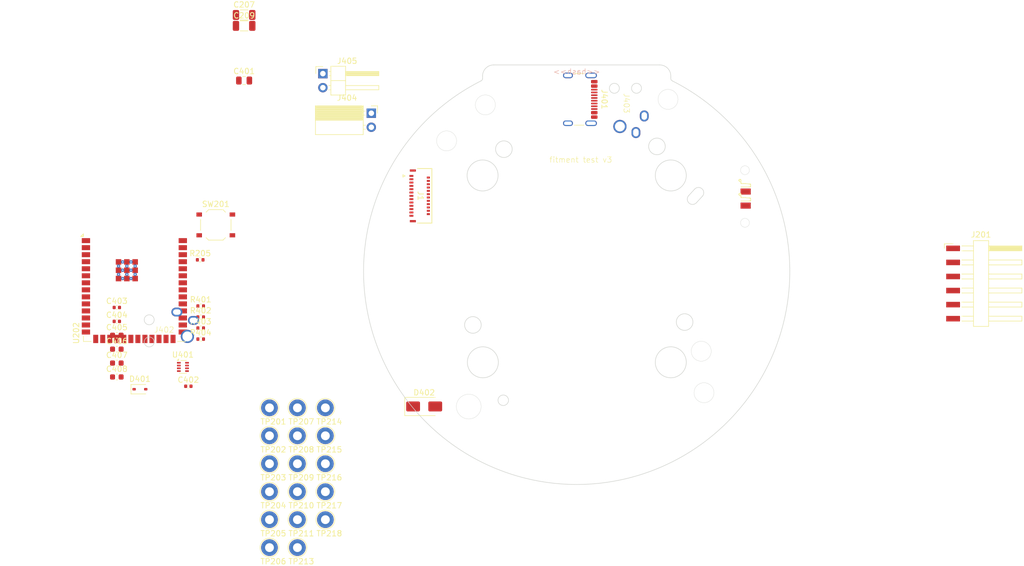
<source format=kicad_pcb>
(kicad_pcb (version 20240108) (generator "pcbnew") (generator_version "8.0")
  (layers (0 "F.Cu" signal) (1 "In1.Cu" signal) (2 "In2.Cu" signal) (31 "B.Cu" signal) (34 "B.Paste" user) (35 "F.Paste" user) (36 "B.SilkS" user "B.Silkscreen") (37 "F.SilkS" user "F.Silkscreen") (38 "B.Mask" user) (39 "F.Mask" user) (44 "Edge.Cuts" user))
  (net 0 "")
  (net 2 "PIN22")
  (net 3 "PIN9")
  (net 4 "PIN16")
  (net 5 "PIN17")
  (net 6 "PIN21")
  (net 7 "PIN14")
  (net 8 "PIN23")
  (net 9 "PIN1")
  (net 10 "PIN5")
  (net 11 "PIN19")
  (net 12 "PIN2")
  (net 13 "PIN12")
  (net 14 "PIN3")
  (net 15 "PIN20")
  (net 17 "PIN7")
  (net 18 "PIN13")
  (net 19 "PIN15")
  (net 20 "PIN11")
  (net 21 "PIN25")
  (net 22 "PIN6")
  (net 23 "PIN18")
  (net 24 "PIN10")
  (net 25 "PIN8")
  (net 26 "PIN4")
  (net 27 "PIN24")
  (net 28 "GND")
  (net 31 "USB-")
  (net 32 "/MCU/EN")
  (net 33 "+20V")
  (net 34 "/Power/BST")
  (net 35 "/Power/SW")
  (net 36 "+3V3")
  (net 37 "/Power/FB")
  (net 38 "Net-(D401-A)")
  (net 39 "/MCU/PROGRXD")
  (net 40 "/MCU/GPIO0")
  (net 41 "/MCU/PROGTXD")
  (net 42 "USB+")
  (net 43 "I2S1_CLK")
  (net 44 "I2S1_SD")
  (net 45 "I2S0_SD")
  (net 46 "I2S1_FSYNC")
  (net 47 "I2C_SDL")
  (net 48 "I2C_SDA")
  (net 49 "I2S0_CLK")
  (net 50 "I2S0_FSYNC")
  (net 56 "Net-(J401-CC1)")
  (net 57 "Net-(J401-CC2)")
  (net 59 "~{BUTTON_INT}")
  (net 60 "~{SPECIAL_BUTTON}")
  (net 62 "Net-(U401-SS)")
  (net 64 "Net-(J404-Pin_1)")
  (net 66 "MCLK")
  (net 67 "AK_TVDD")
  (net 68 "Net-(U202-GND-Pad1)")
  (footprint "Resistor_SMD:R_0402_1005Metric" (layer "F.Cu") (at 38.108168 78.159768)
    (property "Reference" "R205" (at 0 -1.17 0) (layer "F.SilkS"))
    (property "Value" "10k")
    (pad "1" smd roundrect (at -0.51 0) (size 0.54 0.64) (layers "F.Cu" "F.Paste" "F.Mask") (net 36 "+3V3"))
    (pad "2" smd roundrect (at 0.51 0) (size 0.54 0.64) (layers "F.Cu" "F.Paste" "F.Mask") (net 32 "/MCU/EN"))
  )
  (footprint "Capacitor_SMD:C_0402_1005Metric" (layer "F.Cu") (at 35.968168 100.999768)
    (property "Reference" "C402" (at 0 -1.16 0) (layer "F.SilkS"))
    (property "Value" "100n")
    (pad "1" smd roundrect (at -0.48 0) (size 0.56 0.62) (layers "F.Cu" "F.Paste" "F.Mask") (net 28 "GND"))
    (pad "2" smd roundrect (at 0.48 0) (size 0.56 0.62) (layers "F.Cu" "F.Paste" "F.Mask") (net 33 "+20V"))
  )
  (footprint "TestPoint:TestPoint_Loop_D2.60mm_Drill1.6mm_Beaded" (layer "F.Cu") (at 60.724673 109.947362)
    (property "Reference" "TP215" (at 0.7 2.5 0) (layer "F.SilkS"))
    (property "Value" "TP_I2S1_CLK")
    (pad "1" thru_hole circle (at 0 0) (size 3 3) (drill 1.6) (layers "*.Cu" "*.Mask") (net 43 "I2S1_CLK"))
  )
  (footprint "Resistor_SMD:R_0402_1005Metric" (layer "F.Cu") (at 38.198168 90.489768)
    (property "Reference" "R403" (at 0 -1.17 0) (layer "F.SilkS"))
    (property "Value" "68k")
    (pad "1" smd roundrect (at -0.51 0) (size 0.54 0.64) (layers "F.Cu" "F.Paste" "F.Mask") (net 37 "/Power/FB"))
    (pad "2" smd roundrect (at 0.51 0) (size 0.54 0.64) (layers "F.Cu" "F.Paste" "F.Mask") (net 36 "+3V3"))
  )
  (footprint "Capacitor_SMD:C_0402_1005Metric" (layer "F.Cu") (at 23.048168 89.279768)
    (property "Reference" "C404" (at 0 -1.16 0) (layer "F.SilkS"))
    (property "Value" "100n")
    (pad "1" smd roundrect (at -0.48 0) (size 0.56 0.62) (layers "F.Cu" "F.Paste" "F.Mask") (net 35 "/Power/SW"))
    (pad "2" smd roundrect (at 0.48 0) (size 0.56 0.62) (layers "F.Cu" "F.Paste" "F.Mask") (net 34 "/Power/BST"))
  )
  (footprint "TestPoint:TestPoint_Loop_D2.60mm_Drill1.6mm_Beaded" (layer "F.Cu") (at 55.674673 114.997362)
    (property "Reference" "TP209" (at 0.7 2.5 0) (layer "F.SilkS"))
    (property "Value" "TP_")
    (pad "1" thru_hole circle (at 0 0) (size 3 3) (drill 1.6) (layers "*.Cu" "*.Mask"))
  )
  (footprint "!esphome-dot:BarrelJack_AdamTech_ADC-055B-9" (layer "F.Cu") (at 30.898168 90.799768)
    (property "Reference" "J402" (at 0.7 0 0) (layer "F.SilkS") (effects (font (thickness 0.1))))
    (property "Value" "ADC-055B-9")
    (fp_circle (center -2 -1.807009) (end -1.1 -1.807009) (stroke (width 0.1)) (fill none) (layer "Edge.Cuts"))
    (fp_circle (center -2 2.192991) (end -1.1 2.192991) (stroke (width 0.1)) (fill none) (layer "Edge.Cuts"))
    (pad "1" thru_hole circle (at 4.9 1.193) (size 2.4 2.4) (drill 1.8) (layers "*.Cu" "*.Mask") (net 33 "+20V"))
    (pad "2" thru_hole oval (at 3 -3.207009) (size 2 1.6) (drill oval 1.4 1) (layers "*.Cu" "*.Mask") (net 28 "GND"))
    (pad "3" thru_hole oval (at 6 -1.7) (size 2 1.6) (drill oval 1.4 1) (layers "*.Cu" "*.Mask"))
  )
  (footprint "Diode_SMD:D_SOD-323" (layer "F.Cu") (at 27.223168 101.529768)
    (property "Reference" "D401" (at 0 -1.85 0) (layer "F.SilkS"))
    (property "Value" "CUS05S40.H3F")
    (pad "1" smd roundrect (at -1.05 0) (size 0.6 0.45) (layers "F.Cu" "F.Paste" "F.Mask") (net 33 "+20V"))
    (pad "2" smd roundrect (at 1.05 0) (size 0.6 0.45) (layers "F.Cu" "F.Paste" "F.Mask") (net 38 "Net-(D401-A)"))
  )
  (footprint "Capacitor_SMD:C_1206_3216Metric" (layer "F.Cu") (at 46.042755 33.918749)
    (property "Reference" "C207" (at 0 -1.85 0) (layer "F.SilkS"))
    (property "Value" "10u 50V")
    (pad "1" smd roundrect (at -1.475 0) (size 1.15 1.8) (layers "F.Cu" "F.Paste" "F.Mask") (roundrect_rratio 0.217391) (net 28 "GND"))
    (pad "2" smd roundrect (at 1.475 0) (size 1.15 1.8) (layers "F.Cu" "F.Paste" "F.Mask") (roundrect_rratio 0.217391) (net 32 "/MCU/EN"))
  )
  (footprint "TestPoint:TestPoint_Loop_D2.60mm_Drill1.6mm_Beaded" (layer "F.Cu") (at 50.624673 125.097362)
    (property "Reference" "TP205" (at 0.7 2.5 0) (layer "F.SilkS"))
    (property "Value" "TP_SDA")
    (pad "1" thru_hole circle (at 0 0) (size 3 3) (drill 1.6) (layers "*.Cu" "*.Mask") (net 48 "I2C_SDA"))
  )
  (footprint "Capacitor_SMD:C_0402_1005Metric" (layer "F.Cu") (at 23.048168 86.769768)
    (property "Reference" "C403" (at 0 -1.16 0) (layer "F.SilkS"))
    (property "Value" "100n")
    (pad "1" smd roundrect (at -0.48 0) (size 0.56 0.62) (layers "F.Cu" "F.Paste" "F.Mask") (net 28 "GND"))
    (pad "2" smd roundrect (at 0.48 0) (size 0.56 0.62) (layers "F.Cu" "F.Paste" "F.Mask") (net 62 "Net-(U401-SS)"))
  )
  (footprint "Capacitor_SMD:C_1206_3216Metric" (layer "F.Cu") (at 46.042755 35.888749)
    (property "Reference" "C209" (at 0 -1.85 0) (layer "F.SilkS"))
    (property "Value" "10u 50V")
    (pad "1" smd roundrect (at -1.475 0) (size 1.15 1.8) (layers "F.Cu" "F.Paste" "F.Mask") (roundrect_rratio 0.217391) (net 28 "GND"))
    (pad "2" smd roundrect (at 1.475 0) (size 1.15 1.8) (layers "F.Cu" "F.Paste" "F.Mask") (roundrect_rratio 0.217391) (net 36 "+3V3"))
  )
  (footprint "Diode_SMD:D_SMA" (layer "F.Cu") (at 78.569673 104.647362)
    (property "Reference" "D402" (at 0 -2.5 0) (layer "F.SilkS"))
    (property "Value" "SMAJ22A")
    (pad "1" smd roundrect (at -2 0) (size 2.5 1.8) (layers "F.Cu" "F.Paste" "F.Mask") (roundrect_rratio 0.1388888889) (net 33 "+20V"))
    (pad "2" smd roundrect (at 2 0) (size 2.5 1.8) (layers "F.Cu" "F.Paste" "F.Mask") (roundrect_rratio 0.1388888889) (net 28 "GND"))
  )
  (footprint "Connector_Harwin:Harwin_M20-89006xx_1x06_P2.54mm_Horizontal" (layer "F.Cu") (at 179.647755 82.438749)
    (property "Reference" "J201" (at -0.48 -8.82 0) (layer "F.SilkS"))
    (property "Value" "eflashy32")
    (pad "" smd rect (at 3.895 -6.35) (size 6 0.76) (layers "F.SilkS"))
    (pad "1" smd rect (at -5.525 -6.35) (size 2.5 1) (layers "F.Cu" "F.Paste" "F.Mask") (net 28 "GND"))
    (pad "2" smd rect (at -5.525 -3.81) (size 2.5 1) (layers "F.Cu" "F.Paste" "F.Mask") (net 41 "/MCU/PROGTXD"))
    (pad "3" smd rect (at -5.525 -1.27) (size 2.5 1) (layers "F.Cu" "F.Paste" "F.Mask") (net 39 "/MCU/PROGRXD"))
    (pad "4" smd rect (at -5.525 1.27) (size 2.5 1) (layers "F.Cu" "F.Paste" "F.Mask") (net 36 "+3V3"))
    (pad "5" smd rect (at -5.525 3.81) (size 2.5 1) (layers "F.Cu" "F.Paste" "F.Mask") (net 32 "/MCU/EN"))
    (pad "6" smd rect (at -5.525 6.35) (size 2.5 1) (layers "F.Cu" "F.Paste" "F.Mask") (net 40 "/MCU/GPIO0"))
  )
  (footprint "alexa:SF2212" (layer "F.Cu") (at 136.647455 68.364621)
    (property "Reference" "J6" (hide yes))
    (property "Value" "SPK2")
    (pad "1" smd rect (at 0 0) (size 1.85 1.1) (layers "F.Cu" "F.Paste" "F.Mask"))
  )
  (footprint "Connector_PinSocket_2.54mm:PinSocket_1x02_P2.54mm_Horizontal" (layer "F.Cu") (at 69.022755 51.668749)
    (property "Reference" "J404" (at -4.38 -2.77 0) (layer "F.SilkS"))
    (property "Value" "20V")
    (pad "1" thru_hole rect (at 0 0) (size 1.7 1.7) (drill 1) (layers "*.Cu" "*.Mask") (net 64 "Net-(J404-Pin_1)"))
    (pad "2" thru_hole oval (at 0 2.54) (size 1.7 1.7) (drill 1) (layers "*.Cu" "*.Mask") (net 28 "GND"))
  )
  (footprint "Capacitor_SMD:C_0603_1608Metric" (layer "F.Cu") (at 23.048168 96.809768)
    (property "Reference" "C407" (at 0 -1.43 0) (layer "F.SilkS"))
    (property "Value" "10u")
    (pad "1" smd roundrect (at -0.775 0) (size 0.9 0.95) (layers "F.Cu" "F.Paste" "F.Mask") (net 36 "+3V3"))
    (pad "2" smd roundrect (at 0.775 0) (size 0.9 0.95) (layers "F.Cu" "F.Paste" "F.Mask") (net 28 "GND"))
  )
  (footprint "TestPoint:TestPoint_Loop_D2.60mm_Drill1.6mm_Beaded" (layer "F.Cu") (at 50.624673 109.947362)
    (property "Reference" "TP202" (at 0.7 2.5 0) (layer "F.SilkS"))
    (property "Value" "TP_BTNINT")
    (pad "1" thru_hole circle (at 0 0) (size 3 3) (drill 1.6) (layers "*.Cu" "*.Mask") (net 59 "~{BUTTON_INT}"))
  )
  (footprint "TestPoint:TestPoint_Loop_D2.60mm_Drill1.6mm_Beaded" (layer "F.Cu") (at 50.624673 104.897362)
    (property "Reference" "TP201" (at 0.7 2.5 0) (layer "F.SilkS"))
    (property "Value" "TP_3V3")
    (pad "1" thru_hole circle (at 0 0) (size 3 3) (drill 1.6) (layers "*.Cu" "*.Mask") (net 36 "+3V3"))
  )
  (footprint "TestPoint:TestPoint_Loop_D2.60mm_Drill1.6mm_Beaded" (layer "F.Cu") (at 50.624673 120.047362)
    (property "Reference" "TP204" (at 0.7 2.5 0) (layer "F.SilkS"))
    (property "Value" "TP_SDA")
    (pad "1" thru_hole circle (at 0 0) (size 3 3) (drill 1.6) (layers "*.Cu" "*.Mask") (net 48 "I2C_SDA"))
  )
  (footprint "TestPoint:TestPoint_Loop_D2.60mm_Drill1.6mm_Beaded" (layer "F.Cu") (at 60.724673 120.047362)
    (property "Reference" "TP217" (at 0.7 2.5 0) (layer "F.SilkS"))
    (property "Value" "TP_I2S1_FSYNC")
    (pad "1" thru_hole circle (at 0 0) (size 3 3) (drill 1.6) (layers "*.Cu" "*.Mask") (net 46 "I2S1_FSYNC"))
  )
  (footprint "RF_Module:ESP32-S3-WROOM-2" (layer "F.Cu") (at 26.218168 79.949768)
    (property "Reference" "U202" (at -10.5 13.5 90) (layer "F.SilkS") (effects (justify left)))
    (property "Value" "ESP32-S3-WROOM-2")
    (pad "1" smd rect (at -8.75 -5.26) (size 1.5 0.9) (layers "F.Cu" "F.Paste" "F.Mask") (net 68 "Net-(U202-GND-Pad1)"))
    (pad "2" smd rect (at -8.75 -3.99) (size 1.5 0.9) (layers "F.Cu" "F.Paste" "F.Mask") (net 36 "+3V3"))
    (pad "3" smd rect (at -8.75 -2.72) (size 1.5 0.9) (layers "F.Cu" "F.Paste" "F.Mask") (net 32 "/MCU/EN"))
    (pad "4" smd rect (at -8.75 -1.45) (size 1.5 0.9) (layers "F.Cu" "F.Paste" "F.Mask") (net 28 "GND"))
    (pad "5" smd rect (at -8.75 -0.18) (size 1.5 0.9) (layers "F.Cu" "F.Paste" "F.Mask") (net 66 "MCLK"))
    (pad "6" smd rect (at -8.75 1.09) (size 1.5 0.9) (layers "F.Cu" "F.Paste" "F.Mask") (net 28 "GND"))
    (pad "7" smd rect (at -8.75 2.36) (size 1.5 0.9) (layers "F.Cu" "F.Paste" "F.Mask") (net 50 "I2S0_FSYNC"))
    (pad "8" smd rect (at -8.75 3.63) (size 1.5 0.9) (layers "F.Cu" "F.Paste" "F.Mask") (net 59 "~{BUTTON_INT}"))
    (pad "9" smd rect (at -8.75 4.9) (size 1.5 0.9) (layers "F.Cu" "F.Paste" "F.Mask") (net 60 "~{SPECIAL_BUTTON}"))
    (pad "10" smd rect (at -8.75 6.17) (size 1.5 0.9) (layers "F.Cu" "F.Paste" "F.Mask"))
    (pad "11" smd rect (at -8.75 7.44) (size 1.5 0.9) (layers "F.Cu" "F.Paste" "F.Mask"))
    (pad "12" smd rect (at -8.75 8.71) (size 1.5 0.9) (layers "F.Cu" "F.Paste" "F.Mask") (net 49 "I2S0_CLK"))
    (pad "13" smd rect (at -8.75 9.98) (size 1.5 0.9) (layers "F.Cu" "F.Paste" "F.Mask") (net 31 "USB-"))
    (pad "14" smd rect (at -8.75 11.25) (size 1.5 0.9) (layers "F.Cu" "F.Paste" "F.Mask") (net 42 "USB+"))
    (pad "15" smd rect (at -6.985 12.5 90) (size 1.5 0.9) (layers "F.Cu" "F.Paste" "F.Mask"))
    (pad "16" smd rect (at -5.715 12.5 90) (size 1.5 0.9) (layers "F.Cu" "F.Paste" "F.Mask"))
    (pad "17" smd rect (at -4.445 12.5 90) (size 1.5 0.9) (layers "F.Cu" "F.Paste" "F.Mask") (net 45 "I2S0_SD"))
    (pad "18" smd rect (at -3.175 12.5 90) (size 1.5 0.9) (layers "F.Cu" "F.Paste" "F.Mask"))
    (pad "19" smd rect (at -1.905 12.5 90) (size 1.5 0.9) (layers "F.Cu" "F.Paste" "F.Mask") (net 44 "I2S1_SD"))
    (pad "20" smd rect (at -0.635 12.5 90) (size 1.5 0.9) (layers "F.Cu" "F.Paste" "F.Mask") (net 43 "I2S1_CLK"))
    (pad "21" smd rect (at 0.635 12.5 90) (size 1.5 0.9) (layers "F.Cu" "F.Paste" "F.Mask") (net 46 "I2S1_FSYNC"))
    (pad "22" smd rect (at 1.905 12.5 90) (size 1.5 0.9) (layers "F.Cu" "F.Paste" "F.Mask"))
    (pad "23" smd rect (at 3.175 12.5 90) (size 1.5 0.9) (layers "F.Cu" "F.Paste" "F.Mask"))
    (pad "24" smd rect (at 4.445 12.5 90) (size 1.5 0.9) (layers "F.Cu" "F.Paste" "F.Mask"))
    (pad "25" smd rect (at 5.715 12.5 90) (size 1.5 0.9) (layers "F.Cu" "F.Paste" "F.Mask"))
    (pad "26" smd rect (at 6.985 12.5 90) (size 1.5 0.9) (layers "F.Cu" "F.Paste" "F.Mask"))
    (pad "27" smd rect (at 8.75 11.25) (size 1.5 0.9) (layers "F.Cu" "F.Paste" "F.Mask") (net 40 "/MCU/GPIO0"))
    (pad "28" smd rect (at 8.75 9.98) (size 1.5 0.9) (layers "F.Cu" "F.Paste" "F.Mask"))
    (pad "29" smd rect (at 8.75 8.71) (size 1.5 0.9) (layers "F.Cu" "F.Paste" "F.Mask"))
    (pad "30" smd rect (at 8.75 7.44) (size 1.5 0.9) (layers "F.Cu" "F.Paste" "F.Mask"))
    (pad "31" smd rect (at 8.75 6.17) (size 1.5 0.9) (layers "F.Cu" "F.Paste" "F.Mask"))
    (pad "32" smd rect (at 8.75 4.9) (size 1.5 0.9) (layers "F.Cu" "F.Paste" "F.Mask"))
    (pad "33" smd rect (at 8.75 3.63) (size 1.5 0.9) (layers "F.Cu" "F.Paste" "F.Mask"))
    (pad "34" smd rect (at 8.75 2.36) (size 1.5 0.9) (layers "F.Cu" "F.Paste" "F.Mask"))
    (pad "35" smd rect (at 8.75 1.09) (size 1.5 0.9) (layers "F.Cu" "F.Paste" "F.Mask"))
    (pad "36" smd rect (at 8.75 -0.18) (size 1.5 0.9) (layers "F.Cu" "F.Paste" "F.Mask"))
    (pad "37" smd rect (at 8.75 -1.45) (size 1.5 0.9) (layers "F.Cu" "F.Paste" "F.Mask"))
    (pad "38" smd rect (at 8.75 -2.72) (size 1.5 0.9) (layers "F.Cu" "F.Paste" "F.Mask") (net 47 "I2C_SDL"))
    (pad "39" smd rect (at 8.75 -3.99) (size 1.5 0.9) (layers "F.Cu" "F.Paste" "F.Mask") (net 48 "I2C_SDA"))
    (pad "40" smd rect (at 8.75 -5.26) (size 1.5 0.9) (layers "F.Cu" "F.Paste" "F.Mask") (net 68 "Net-(U202-GND-Pad1)"))
    (pad "41" smd rect (at -2.86 -1.41) (size 1 1) (layers "F.Cu" "F.Paste" "F.Mask") (net 68 "Net-(U202-GND-Pad1)"))
    (pad "41" thru_hole circle (at -2.86 -0.66) (size 0.6 0.6) (drill 0.2) (layers "*.Cu" "*.Mask") (net 68 "Net-(U202-GND-Pad1)"))
    (pad "41" smd rect (at -2.86 0.09) (size 1 1) (layers "F.Cu" "F.Paste" "F.Mask") (net 68 "Net-(U202-GND-Pad1)"))
    (pad "41" thru_hole circle (at -2.86 0.84) (size 0.6 0.6) (drill 0.2) (layers "*.Cu" "*.Mask") (net 68 "Net-(U202-GND-Pad1)"))
    (pad "41" smd rect (at -2.86 1.59) (size 1 1) (layers "F.Cu" "F.Paste" "F.Mask") (net 68 "Net-(U202-GND-Pad1)"))
    (pad "41" thru_hole circle (at -2.11 -1.41) (size 0.6 0.6) (drill 0.2) (layers "*.Cu" "*.Mask") (net 68 "Net-(U202-GND-Pad1)"))
    (pad "41" thru_hole circle (at -2.11 0.09) (size 0.6 0.6) (drill 0.2) (layers "*.Cu" "*.Mask") (net 68 "Net-(U202-GND-Pad1)"))
    (pad "41" thru_hole circle (at -2.11 1.59) (size 0.6 0.6) (drill 0.2) (layers "*.Cu" "*.Mask") (net 68 "Net-(U202-GND-Pad1)"))
    (pad "41" smd rect (at -1.36 -1.41) (size 1 1) (layers "F.Cu" "F.Paste" "F.Mask") (net 68 "Net-(U202-GND-Pad1)"))
    (pad "41" thru_hole circle (at -1.36 -0.66) (size 0.6 0.6) (drill 0.2) (layers "*.Cu" "*.Mask") (net 68 "Net-(U202-GND-Pad1)"))
    (pad "41" smd rect (at -1.36 0.09) (size 1 1) (layers "F.Cu" "F.Paste" "F.Mask") (net 68 "Net-(U202-GND-Pad1)"))
    (pad "41" thru_hole circle (at -1.36 0.84) (size 0.6 0.6) (drill 0.2) (layers "*.Cu" "*.Mask") (net 68 "Net-(U202-GND-Pad1)"))
    (pad "41" smd rect (at -1.36 1.59) (size 1 1) (layers "F.Cu" "F.Paste" "F.Mask") (net 68 "Net-(U202-GND-Pad1)"))
    (pad "41" thru_hole circle (at -0.61 -1.41) (size 0.6 0.6) (drill 0.2) (layers "*.Cu" "*.Mask") (net 68 "Net-(U202-GND-Pad1)"))
    (pad "41" thru_hole circle (at -0.61 0.09) (size 0.6 0.6) (drill 0.2) (layers "*.Cu" "*.Mask") (net 68 "Net-(U202-GND-Pad1)"))
    (pad "41" thru_hole circle (at -0.61 1.59) (size 0.6 0.6) (drill 0.2) (layers "*.Cu" "*.Mask") (net 68 "Net-(U202-GND-Pad1)"))
    (pad "41" smd rect (at 0.14 -1.41) (size 1 1) (layers "F.Cu" "F.Paste" "F.Mask") (net 68 "Net-(U202-GND-Pad1)"))
    (pad "41" thru_hole circle (at 0.14 -0.66) (size 0.6 0.6) (drill 0.2) (layers "*.Cu" "*.Mask") (net 68 "Net-(U202-GND-Pad1)"))
    (pad "41" smd rect (at 0.14 0.09) (size 1 1) (layers "F.Cu" "F.Paste" "F.Mask") (net 68 "Net-(U202-GND-Pad1)"))
    (pad "41" thru_hole circle (at 0.14 0.84) (size 0.6 0.6) (drill 0.2) (layers "*.Cu" "*.Mask") (net 68 "Net-(U202-GND-Pad1)"))
    (pad "41" smd rect (at 0.14 1.59) (size 1 1) (layers "F.Cu" "F.Paste" "F.Mask") (net 68 "Net-(U202-GND-Pad1)"))
  )
  (footprint "TestPoint:TestPoint_Loop_D2.60mm_Drill1.6mm_Beaded" (layer "F.Cu") (at 55.674673 104.897362)
    (property "Reference" "TP207" (at 0.7 2.5 0) (layer "F.SilkS"))
    (property "Value" "TP_SCL")
    (pad "1" thru_hole circle (at 0 0) (size 3 3) (drill 1.6) (layers "*.Cu" "*.Mask") (net 47 "I2C_SDL"))
  )
  (footprint "Resistor_SMD:R_0402_1005Metric" (layer "F.Cu") (at 38.198168 92.479768)
    (property "Reference" "R404" (at 0 -1.17 0) (layer "F.SilkS"))
    (property "Value" "22k")
    (pad "1" smd roundrect (at -0.51 0) (size 0.54 0.64) (layers "F.Cu" "F.Paste" "F.Mask") (net 37 "/Power/FB"))
    (pad "2" smd roundrect (at 0.51 0) (size 0.54 0.64) (layers "F.Cu" "F.Paste" "F.Mask") (net 28 "GND"))
  )
  (footprint "Resistor_SMD:R_0402_1005Metric" (layer "F.Cu") (at 38.198168 86.509768)
    (property "Reference" "R401" (at 0 -1.17 0) (layer "F.SilkS"))
    (property "Value" "5k1")
    (pad "1" smd roundrect (at -0.51 0) (size 0.54 0.64) (layers "F.Cu" "F.Paste" "F.Mask") (net 57 "Net-(J401-CC2)"))
    (pad "2" smd roundrect (at 0.51 0) (size 0.54 0.64) (layers "F.Cu" "F.Paste" "F.Mask") (net 28 "GND"))
  )
  (footprint "Capacitor_SMD:C_0603_1608Metric" (layer "F.Cu") (at 23.048168 99.319768)
    (property "Reference" "C408" (at 0 -1.43 0) (layer "F.SilkS"))
    (property "Value" "10u")
    (pad "1" smd roundrect (at -0.775 0) (size 0.9 0.95) (layers "F.Cu" "F.Paste" "F.Mask") (net 36 "+3V3"))
    (pad "2" smd roundrect (at 0.775 0) (size 0.9 0.95) (layers "F.Cu" "F.Paste" "F.Mask") (net 28 "GND"))
  )
  (footprint "TestPoint:TestPoint_Loop_D2.60mm_Drill1.6mm_Beaded" (layer "F.Cu") (at 60.724673 114.997362)
    (property "Reference" "TP216" (at 0.7 2.5 0) (layer "F.SilkS"))
    (property "Value" "TP_TVDD")
    (pad "1" thru_hole circle (at 0 0) (size 3 3) (drill 1.6) (layers "*.Cu" "*.Mask") (net 67 "AK_TVDD"))
  )
  (footprint "TestPoint:TestPoint_Loop_D2.60mm_Drill1.6mm_Beaded" (layer "F.Cu") (at 55.674673 120.047362)
    (property "Reference" "TP210" (at 0.7 2.5 0) (layer "F.SilkS"))
    (property "Value" "TP_MCLK")
    (pad "1" thru_hole circle (at 0 0) (size 3 3) (drill 1.6) (layers "*.Cu" "*.Mask") (net 66 "MCLK"))
  )
  (footprint "!esphome-dot:BarrelJack_AdamTech_ADC-055B-9" (layer "F.Cu") (at 115.122755 49.168749 -90)
    (property "Reference" "J403" (at 0.7 0 -90) (layer "F.SilkS") (effects (font (thickness 0.1))))
    (property "Value" "ADC-055B-9")
    (fp_circle (center -2 2.192991) (end -1.1 2.192991) (stroke (width 0.1)) (fill none) (layer "Edge.Cuts"))
    (fp_circle (center -2 -1.807009) (end -1.1 -1.807009) (stroke (width 0.1)) (fill none) (layer "Edge.Cuts"))
    (pad "1" thru_hole circle (at 4.9 1.193 270) (size 2.4 2.4) (drill 1.8) (layers "*.Cu" "*.Mask") (net 64 "Net-(J404-Pin_1)"))
    (pad "2" thru_hole oval (at 3 -3.207009 270) (size 2 1.6) (drill oval 1.4 1) (layers "*.Cu" "*.Mask") (net 28 "GND"))
    (pad "3" thru_hole oval (at 6 -1.7 270) (size 2 1.6) (drill oval 1.4 1) (layers "*.Cu" "*.Mask"))
  )
  (footprint "TestPoint:TestPoint_Loop_D2.60mm_Drill1.6mm_Beaded" (layer "F.Cu") (at 50.624673 130.147362)
    (property "Reference" "TP206" (at 0.7 2.5 0) (layer "F.SilkS"))
    (property "Value" "TP_SCL")
    (pad "1" thru_hole circle (at 0 0) (size 3 3) (drill 1.6) (layers "*.Cu" "*.Mask") (net 47 "I2C_SDL"))
  )
  (footprint "Connector_USB:USB_C_Receptacle_GCT_USB4105-xx-A_16P_TopMnt_Horizontal" (layer "F.Cu") (at 105.622755 49.168749 -90)
    (property "Reference" "J401" (at 0 -5.5 -90) (layer "F.SilkS"))
    (property "Value" "USBC")
    (pad "" np_thru_hole circle (at -2.89 -2.605 270) (size 0.65 0.65) (drill 0.65) (layers "F&B.Cu" "*.Mask"))
    (pad "" np_thru_hole circle (at 2.89 -2.605 270) (size 0.65 0.65) (drill 0.65) (layers "F&B.Cu" "*.Mask"))
    (pad "A1" smd roundrect (at -3.2 -3.68 270) (size 0.6 1.15) (layers "F.Cu" "F.Paste" "F.Mask") (net 28 "GND"))
    (pad "A4" smd roundrect (at -2.4 -3.68 270) (size 0.6 1.15) (layers "F.Cu" "F.Paste" "F.Mask") (net 38 "Net-(D401-A)"))
    (pad "A5" smd roundrect (at -1.25 -3.68 270) (size 0.3 1.15) (layers "F.Cu" "F.Paste" "F.Mask") (net 56 "Net-(J401-CC1)"))
    (pad "A6" smd roundrect (at -0.25 -3.68 270) (size 0.3 1.15) (layers "F.Cu" "F.Paste" "F.Mask") (net 42 "USB+"))
    (pad "A7" smd roundrect (at 0.25 -3.68 270) (size 0.3 1.15) (layers "F.Cu" "F.Paste" "F.Mask") (net 31 "USB-"))
    (pad "A8" smd roundrect (at 1.25 -3.68 270) (size 0.3 1.15) (layers "F.Cu" "F.Paste" "F.Mask"))
    (pad "A9" smd roundrect (at 2.4 -3.68 270) (size 0.6 1.15) (layers "F.Cu" "F.Paste" "F.Mask") (net 38 "Net-(D401-A)"))
    (pad "A12" smd roundrect (at 3.2 -3.68 270) (size 0.6 1.15) (layers "F.Cu" "F.Paste" "F.Mask") (net 28 "GND"))
    (pad "B1" smd roundrect (at 3.2 -3.68 270) (size 0.6 1.15) (layers "F.Cu" "F.Paste" "F.Mask") (net 28 "GND"))
    (pad "B4" smd roundrect (at 2.4 -3.68 270) (size 0.6 1.15) (layers "F.Cu" "F.Paste" "F.Mask") (net 38 "Net-(D401-A)"))
    (pad "B5" smd roundrect (at 1.75 -3.68 270) (size 0.3 1.15) (layers "F.Cu" "F.Paste" "F.Mask") (net 57 "Net-(J401-CC2)"))
    (pad "B6" smd roundrect (at 0.75 -3.68 270) (size 0.3 1.15) (layers "F.Cu" "F.Paste" "F.Mask") (net 42 "USB+"))
    (pad "B7" smd roundrect (at -0.75 -3.68 270) (size 0.3 1.15) (layers "F.Cu" "F.Paste" "F.Mask") (net 31 "USB-"))
    (pad "B8" smd roundrect (at -1.75 -3.68 270) (size 0.3 1.15) (layers "F.Cu" "F.Paste" "F.Mask"))
    (pad "B9" smd roundrect (at -2.4 -3.68 270) (size 0.6 1.15) (layers "F.Cu" "F.Paste" "F.Mask") (net 38 "Net-(D401-A)"))
    (pad "B12" smd roundrect (at -3.2 -3.68 270) (size 0.6 1.15) (layers "F.Cu" "F.Paste" "F.Mask") (net 28 "GND"))
    (pad "S1" thru_hole oval (at -4.32 -3.105 270) (size 1 2.1) (drill oval 0.6 1.7) (layers "*.Cu" "*.Mask" "F.Paste"))
    (pad "S1" thru_hole oval (at -4.32 1.075 270) (size 1 1.8) (drill oval 0.6 1.4) (layers "*.Cu" "*.Mask" "F.Paste"))
    (pad "S1" thru_hole oval (at 4.32 -3.105 270) (size 1 2.1) (drill oval 0.6 1.7) (layers "*.Cu" "*.Mask" "F.Paste"))
    (pad "S1" thru_hole oval (at 4.32 1.075 270) (size 1 1.8) (drill oval 0.6 1.4) (layers "*.Cu" "*.Mask" "F.Paste"))
  )
  (footprint "TestPoint:TestPoint_Loop_D2.60mm_Drill1.6mm_Beaded" (layer "F.Cu") (at 60.724673 125.097362)
    (property "Reference" "TP218" (at 0.7 2.5 0) (layer "F.SilkS"))
    (property "Value" "TP_I2S0_FSYNC")
    (pad "1" thru_hole circle (at 0 0) (size 3 3) (drill 1.6) (layers "*.Cu" "*.Mask") (net 50 "I2S0_FSYNC"))
  )
  (footprint "alexa:CONN_502598-2593_MOLEX" (layer "F.Cu") (at 77.9224 66.6 -90)
    (property "Reference" "J1" (at 0 0 -90) (layer "F.SilkS"))
    (property "Value" "Input")
    (pad "1" smd rect (at -3.599998 1.659999 270) (size 0.3556 0.7112) (layers "F.Cu" "F.Paste" "F.Mask") (net 9 "PIN1"))
    (pad "2" smd rect (at -3.299998 -1.405001 270) (size 0.3556 0.5588) (layers "F.Cu" "F.Paste" "F.Mask") (net 12 "PIN2"))
    (pad "3" smd rect (at -2.999999 1.659999 270) (size 0.3556 0.7112) (layers "F.Cu" "F.Paste" "F.Mask") (net 14 "PIN3"))
    (pad "4" smd rect (at -2.7 -1.405001 270) (size 0.3556 0.5588) (layers "F.Cu" "F.Paste" "F.Mask") (net 26 "PIN4"))
    (pad "5" smd rect (at -2.4 1.659999 270) (size 0.3556 0.7112) (layers "F.Cu" "F.Paste" "F.Mask") (net 10 "PIN5"))
    (pad "6" smd rect (at -2.099998 -1.405001 270) (size 0.3556 0.5588) (layers "F.Cu" "F.Paste" "F.Mask") (net 22 "PIN6"))
    (pad "7" smd rect (at -1.799999 1.659999 270) (size 0.3556 0.7112) (layers "F.Cu" "F.Paste" "F.Mask") (net 17 "PIN7"))
    (pad "8" smd rect (at -1.5 -1.405001 270) (size 0.3556 0.5588) (layers "F.Cu" "F.Paste" "F.Mask") (net 25 "PIN8"))
    (pad "9" smd rect (at -1.2 1.659999 270) (size 0.3556 0.7112) (layers "F.Cu" "F.Paste" "F.Mask") (net 3 "PIN9"))
    (pad "10" smd rect (at -0.900001 -1.405001 270) (size 0.3556 0.5588) (layers "F.Cu" "F.Paste" "F.Mask") (net 24 "PIN10"))
    (pad "11" smd rect (at -0.599999 1.659999 270) (size 0.3556 0.7112) (layers "F.Cu" "F.Paste" "F.Mask") (net 20 "PIN11"))
    (pad "12" smd rect (at -0.299999 -1.405001 270) (size 0.3556 0.5588) (layers "F.Cu" "F.Paste" "F.Mask") (net 13 "PIN12"))
    (pad "13" smd rect (at 0 1.659999 270) (size 0.3556 0.7112) (layers "F.Cu" "F.Paste" "F.Mask") (net 18 "PIN13"))
    (pad "14" smd rect (at 0.299999 -1.405001 270) (size 0.3556 0.5588) (layers "F.Cu" "F.Paste" "F.Mask") (net 7 "PIN14"))
    (pad "15" smd rect (at 0.599999 1.659999 270) (size 0.3556 0.7112) (layers "F.Cu" "F.Paste" "F.Mask") (net 19 "PIN15"))
    (pad "16" smd rect (at 0.900001 -1.405001 270) (size 0.3556 0.5588) (layers "F.Cu" "F.Paste" "F.Mask") (net 4 "PIN16"))
    (pad "17" smd rect (at 1.2 1.659999 270) (size 0.3556 0.7112) (layers "F.Cu" "F.Paste" "F.Mask") (net 5 "PIN17"))
    (pad "18" smd rect (at 1.5 -1.405001 270) (size 0.3556 0.5588) (layers "F.Cu" "F.Paste" "F.Mask") (net 23 "PIN18"))
    (pad "19" smd rect (at 1.799999 1.659999 270) (size 0.3556 0.7112) (layers "F.Cu" "F.Paste" "F.Mask") (net 11 "PIN19"))
    (pad "20" smd rect (at 2.099998 -1.405001 270) (size 0.3556 0.5588) (layers "F.Cu" "F.Paste" "F.Mask") (net 15 "PIN20"))
    (pad "21" smd rect (at 2.4 1.659999 270) (size 0.3556 0.7112) (layers "F.Cu" "F.Paste" "F.Mask") (net 6 "PIN21"))
    (pad "22" smd rect (at 2.7 -1.405001 270) (size 0.3556 0.5588) (layers "F.Cu" "F.Paste" "F.Mask") (net 2 "PIN22"))
    (pad "23" smd rect (at 2.999999 1.659999 270) (size 0.3556 0.7112) (layers "F.Cu" "F.Paste" "F.Mask") (net 8 "PIN23"))
    (pad "24" smd rect (at 3.299998 -1.405001 270) (size 0.3556 0.5588) (layers "F.Cu" "F.Paste" "F.Mask") (net 27 "PIN24"))
    (pad "25" smd rect (at 3.599998 1.659999 270) (size 0.3556 0.7112) (layers "F.Cu" "F.Paste" "F.Mask") (net 21 "PIN25"))
    (pad "MP" smd rect (at -4.575 1.394999 270) (size 0.4064 1.0922) (layers "F.Cu" "F.Paste" "F.Mask"))
    (pad "MP" smd rect (at 4.575 1.394999 270) (size 0.4064 1.0922) (layers "F.Cu" "F.Paste" "F.Mask"))
  )
  (footprint "TestPoint:TestPoint_Loop_D2.60mm_Drill1.6mm_Beaded" (layer "F.Cu") (at 50.624673 114.997362)
    (property "Reference" "TP203" (at 0.7 2.5 0) (layer "F.SilkS"))
    (property "Value" "TP_BTN")
    (pad "1" thru_hole circle (at 0 0) (size 3 3) (drill 1.6) (layers "*.Cu" "*.Mask") (net 60 "~{SPECIAL_BUTTON}"))
  )
  (footprint "Package_TO_SOT_SMD:SOT-583-8" (layer "F.Cu") (at 34.988168 97.504768)
    (property "Reference" "U401" (at 0 -2.2 0) (layer "F.SilkS"))
    (property "Value" "TPS62932")
    (pad "1" smd roundrect (at -0.74 -0.75) (size 0.67 0.3) (layers "F.Cu" "F.Paste" "F.Mask") (roundrect_rratio 0.1666666667) (net 28 "GND"))
    (pad "2" smd roundrect (at -0.74 -0.25) (size 0.67 0.3) (layers "F.Cu" "F.Paste" "F.Mask") (roundrect_rratio 0.1666666667))
    (pad "3" smd roundrect (at -0.74 0.25) (size 0.67 0.3) (layers "F.Cu" "F.Paste" "F.Mask") (roundrect_rratio 0.1666666667) (net 33 "+20V"))
    (pad "4" smd roundrect (at -0.74 0.75) (size 0.67 0.3) (layers "F.Cu" "F.Paste" "F.Mask") (roundrect_rratio 0.1666666667) (net 28 "GND"))
    (pad "5" smd roundrect (at 0.74 0.75) (size 0.67 0.3) (layers "F.Cu" "F.Paste" "F.Mask") (roundrect_rratio 0.1666666667) (net 35 "/Power/SW"))
    (pad "6" smd roundrect (at 0.74 0.25) (size 0.67 0.3) (layers "F.Cu" "F.Paste" "F.Mask") (roundrect_rratio 0.1666666667) (net 34 "/Power/BST"))
    (pad "7" smd roundrect (at 0.74 -0.25) (size 0.67 0.3) (layers "F.Cu" "F.Paste" "F.Mask") (roundrect_rratio 0.1666666667) (net 62 "Net-(U401-SS)"))
    (pad "8" smd roundrect (at 0.74 -0.75) (size 0.67 0.3) (layers "F.Cu" "F.Paste" "F.Mask") (roundrect_rratio 0.1666666667) (net 37 "/Power/FB"))
  )
  (footprint "TestPoint:TestPoint_Loop_D2.60mm_Drill1.6mm_Beaded" (layer "F.Cu") (at 60.724673 104.897362)
    (property "Reference" "TP214" (at 0.7 2.5 0) (layer "F.SilkS"))
    (property "Value" "TP_I2S0_CLK")
    (pad "1" thru_hole circle (at 0 0) (size 3 3) (drill 1.6) (layers "*.Cu" "*.Mask") (net 49 "I2S0_CLK"))
  )
  (footprint "TestPoint:TestPoint_Loop_D2.60mm_Drill1.6mm_Beaded" (layer "F.Cu") (at 55.674673 125.097362)
    (property "Reference" "TP211" (at 0.7 2.5 0) (layer "F.SilkS"))
    (property "Value" "TP_I2S0_SD")
    (pad "1" thru_hole circle (at 0 0) (size 3 3) (drill 1.6) (layers "*.Cu" "*.Mask") (net 45 "I2S0_SD"))
  )
  (footprint "Connector_PinHeader_2.54mm:PinHeader_1x02_P2.54mm_Horizontal" (layer "F.Cu") (at 60.272755 44.518749)
    (property "Reference" "J405" (at 4.385 -2.27 0) (layer "F.SilkS"))
    (property "Value" "20v")
    (pad "1" thru_hole rect (at 0 0) (size 1.7 1.7) (drill 1) (layers "*.Cu" "*.Mask") (net 33 "+20V"))
    (pad "2" thru_hole oval (at 0 2.54) (size 1.7 1.7) (drill 1) (layers "*.Cu" "*.Mask") (net 28 "GND"))
  )
  (footprint "Capacitor_SMD:C_0603_1608Metric" (layer "F.Cu") (at 23.048168 91.789768)
    (property "Reference" "C405" (at 0 -1.43 0) (layer "F.SilkS"))
    (property "Value" "27p")
    (pad "1" smd roundrect (at -0.775 0) (size 0.9 0.95) (layers "F.Cu" "F.Paste" "F.Mask") (net 36 "+3V3"))
    (pad "2" smd roundrect (at 0.775 0) (size 0.9 0.95) (layers "F.Cu" "F.Paste" "F.Mask") (net 37 "/Power/FB"))
  )
  (footprint "Resistor_SMD:R_0402_1005Metric" (layer "F.Cu") (at 38.198168 88.499768)
    (property "Reference" "R402" (at 0 -1.17 0) (layer "F.SilkS"))
    (property "Value" "5k1")
    (pad "1" smd roundrect (at -0.51 0) (size 0.54 0.64) (layers "F.Cu" "F.Paste" "F.Mask") (net 56 "Net-(J401-CC1)"))
    (pad "2" smd roundrect (at 0.51 0) (size 0.54 0.64) (layers "F.Cu" "F.Paste" "F.Mask") (net 28 "GND"))
  )
  (footprint "TestPoint:TestPoint_Loop_D2.60mm_Drill1.6mm_Beaded" (layer "F.Cu") (at 55.674673 109.947362)
    (property "Reference" "TP208" (at 0.7 2.5 0) (layer "F.SilkS"))
    (property "Value" "TP_")
    (pad "1" thru_hole circle (at 0 0) (size 3 3) (drill 1.6) (layers "*.Cu" "*.Mask"))
  )
  (footprint "TestPoint:TestPoint_Loop_D2.60mm_Drill1.6mm_Beaded" (layer "F.Cu") (at 55.674673 130.147362)
    (property "Reference" "TP213" (at 0.7 2.5 0) (layer "F.SilkS"))
    (property "Value" "TP_I2S1_SD")
    (pad "1" thru_hole circle (at 0 0) (size 3 3) (drill 1.6) (layers "*.Cu" "*.Mask") (net 44 "I2S1_SD"))
  )
  (footprint "Button_Switch_SMD:SW_Push_1P1T_XKB_TS-1187A" (layer "F.Cu") (at 40.928168 71.849768)
    (property "Reference" "SW201" (at 0 -3.75 0) (layer "F.SilkS"))
    (property "Value" "RESET")
    (pad "1" smd rect (at -3 -1.875) (size 1 0.75) (layers "F.Cu" "F.Paste" "F.Mask") (net 40 "/MCU/GPIO0"))
    (pad "1" smd rect (at 3 -1.875) (size 1 0.75) (layers "F.Cu" "F.Paste" "F.Mask") (net 40 "/MCU/GPIO0"))
    (pad "2" smd rect (at -3 1.875) (size 1 0.75) (layers "F.Cu" "F.Paste" "F.Mask") (net 28 "GND"))
    (pad "2" smd rect (at 3 1.875) (size 1 0.75) (layers "F.Cu" "F.Paste" "F.Mask") (net 28 "GND"))
  )
  (footprint "Capacitor_SMD:C_0805_2012Metric" (layer "F.Cu") (at 46.042755 45.768749)
    (property "Reference" "C401" (at 0 -1.68 0) (layer "F.SilkS"))
    (property "Value" "10u")
    (pad "1" smd roundrect (at -0.95 0) (size 1 1.45) (layers "F.Cu" "F.Paste" "F.Mask") (net 33 "+20V"))
    (pad "2" smd roundrect (at 0.95 0) (size 1 1.45) (layers "F.Cu" "F.Paste" "F.Mask") (net 28 "GND"))
  )
  (footprint "Capacitor_SMD:C_0603_1608Metric" (layer "F.Cu") (at 23.048168 94.299768)
    (property "Reference" "C406" (at 0 -1.43 0) (layer "F.SilkS"))
    (property "Value" "10u")
    (pad "1" smd roundrect (at -0.775 0) (size 0.9 0.95) (layers "F.Cu" "F.Paste" "F.Mask") (net 36 "+3V3"))
    (pad "2" smd roundrect (at 0.775 0) (size 0.9 0.95) (layers "F.Cu" "F.Paste" "F.Mask") (net 28 "GND"))
  )
  (footprint "alexa:SF2212" (layer "F.Cu") (at 136.647455 65.824621)
    (property "Reference" "J5" (hide yes))
    (property "Value" "SPK1")
    (pad "1" smd rect (at 0 0) (size 1.85 1.1) (layers "F.Cu" "F.Paste" "F.Mask"))
  )
  (gr_circle (center 92.972479 58.168749) (end 94.472479 58.168749) (stroke (width 0.1)) (fill none) (layer "Edge.Cuts"))
  (gr_circle (center 89.122755 62.918749) (end 91.922755 62.918749) (stroke (width 0.1)) (fill none) (layer "Edge.Cuts"))
  (gr_circle (center 82.622755 56.668749) (end 83.622755 58.168749) (stroke (width 0.05)) (fill none) (layer "Edge.Cuts"))
  (gr_circle (center 120.622755 57.668749) (end 122.122755 57.668749) (stroke (width 0.1)) (fill none) (layer "Edge.Cuts"))
  (gr_arc (start 121.122755 42.948655) (mid 122.536969 43.534441) (end 123.122755 44.948655) (stroke (width 0.1)) (layer "Edge.Cuts"))
  (gr_circle (center 87.375392 89.921799) (end 88.875392 89.921799) (stroke (width 0.1)) (fill none) (layer "Edge.Cuts"))
  (gr_circle (center 86.622755 104.668749) (end 87.622755 106.668749) (stroke (width 0.05)) (fill none) (layer "Edge.Cuts"))
  (gr_circle (center 136.522755 61.968749) (end 137.322755 61.968749) (stroke (width 0.05)) (fill none) (layer "Edge.Cuts"))
  (gr_circle (center 122.622755 49.168749) (end 123.622755 50.668749) (stroke (width 0.05)) (fill none) (layer "Edge.Cuts"))
  (gr_circle (center 123.122755 62.918749) (end 125.922755 62.918749) (stroke (width 0.1)) (fill none) (layer "Edge.Cuts"))
  (gr_line (start 89.122755 44.948655) (end 89.122755 45.388842) (stroke (width 0.1)) (layer "Edge.Cuts"))
  (gr_line (start 121.122755 42.948655) (end 91.122755 42.948655) (stroke (width 0.1)) (layer "Edge.Cuts"))
  (gr_line (start 127.434531 65.38265) (end 126.353372 66.562097) (stroke (width 0.1)) (layer "Edge.Cuts"))
  (gr_line (start 127.753965 67.845974) (end 128.835124 66.666527) (stroke (width 0.1)) (layer "Edge.Cuts"))
  (gr_circle (center 136.522755 71.468749) (end 137.322755 71.468749) (stroke (width 0.05)) (fill none) (layer "Edge.Cuts"))
  (gr_circle (center 125.622755 89.399404) (end 127.122755 89.399404) (stroke (width 0.1)) (fill none) (layer "Edge.Cuts"))
  (gr_circle (center 89.172755 96.668749) (end 91.972755 96.668749) (stroke (width 0.1)) (fill none) (layer "Edge.Cuts"))
  (gr_line (start 123.122755 45.388842) (end 123.122755 44.948655) (stroke (width 0.1)) (layer "Edge.Cuts"))
  (gr_arc (start 123.398396 45.835679) (mid 123.197195 45.651353) (end 123.122755 45.388842) (stroke (width 0.1)) (layer "Edge.Cuts"))
  (gr_circle (center 92.858063 103.529183) (end 93.808063 103.529183) (stroke (width 0.1)) (fill none) (layer "Edge.Cuts"))
  (gr_arc (start 127.753965 67.845974) (mid 126.411725 67.904334) (end 126.353372 66.562097) (stroke (width 0.1)) (layer "Edge.Cuts"))
  (gr_arc (start 123.398396 45.835679) (mid 106.122755 118.742106) (end 88.847114 45.835679) (stroke (width 0.1)) (layer "Edge.Cuts"))
  (gr_circle (center 128.622755 94.668749) (end 129.622755 96.168749) (stroke (width 0.05)) (fill none) (layer "Edge.Cuts"))
  (gr_circle (center 89.622755 50.168749) (end 90.622755 51.668749) (stroke (width 0.05)) (fill none) (layer "Edge.Cuts"))
  (gr_circle (center 129.122755 102.168749) (end 130.122755 103.668749) (stroke (width 0.05)) (fill none) (layer "Edge.Cuts"))
  (gr_arc (start 89.122755 45.388842) (mid 89.048301 45.65135) (end 88.847114 45.835679) (stroke (width 0.1)) (layer "Edge.Cuts"))
  (gr_arc (start 89.122755 44.948655) (mid 89.708541 43.534441) (end 91.122755 42.948655) (stroke (width 0.1)) (layer "Edge.Cuts"))
  (gr_circle (center 123.122755 96.668749) (end 125.922755 96.668749) (stroke (width 0.1)) (fill none) (layer "Edge.Cuts"))
  (gr_arc (start 127.434531 65.38265) (mid 128.776761 65.324292) (end 128.835124 66.666527) (stroke (width 0.1)) (layer "Edge.Cuts"))
  (gr_text "<<hash>>" (at 106.122755 44.168749 0) (layer "B.SilkS") (effects (font (size 1 1) (thickness 0.1)) (justify mirror)))
  (gr_text "fitment test v3" (at 101.122755 60.668749 0) (layer "F.SilkS") (effects (font (size 1 1) (thickness 0.1)) (justify left bottom)))
)
</source>
